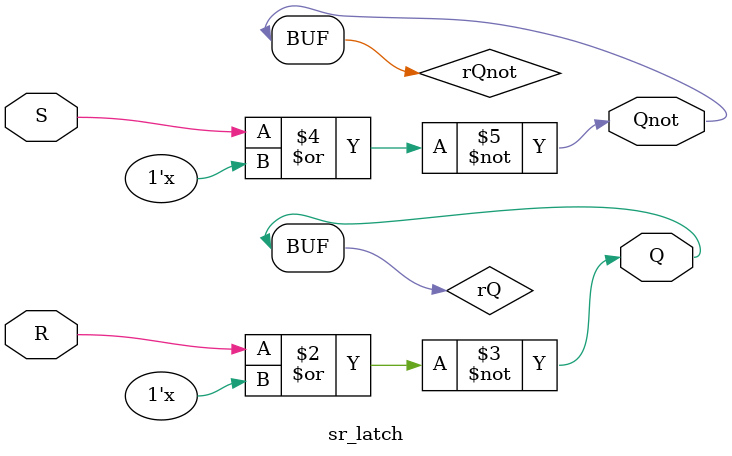
<source format=v>
module sr_latch (S,R,Q, Qnot); //Declares module

	input wire S, R; //defines input wires, set and reset
	output Q, Qnot; //defines output wires Q, Qnot
	
	reg rQ, rQnot; //defines registers, rQ, rQnot
	
	always @ (*) begin //iniates always @

		rQ <=  ~(R |  rQnot); //defines expression for rQ
		rQnot <=  ~(S | rQ); //deines expression for rQnot

	end //ends always @

	assign Q = rQ; //assigns Q to an expression
	assign Qnot = rQnot; //assigns Qnot to an expression

endmodule //ends module

</source>
